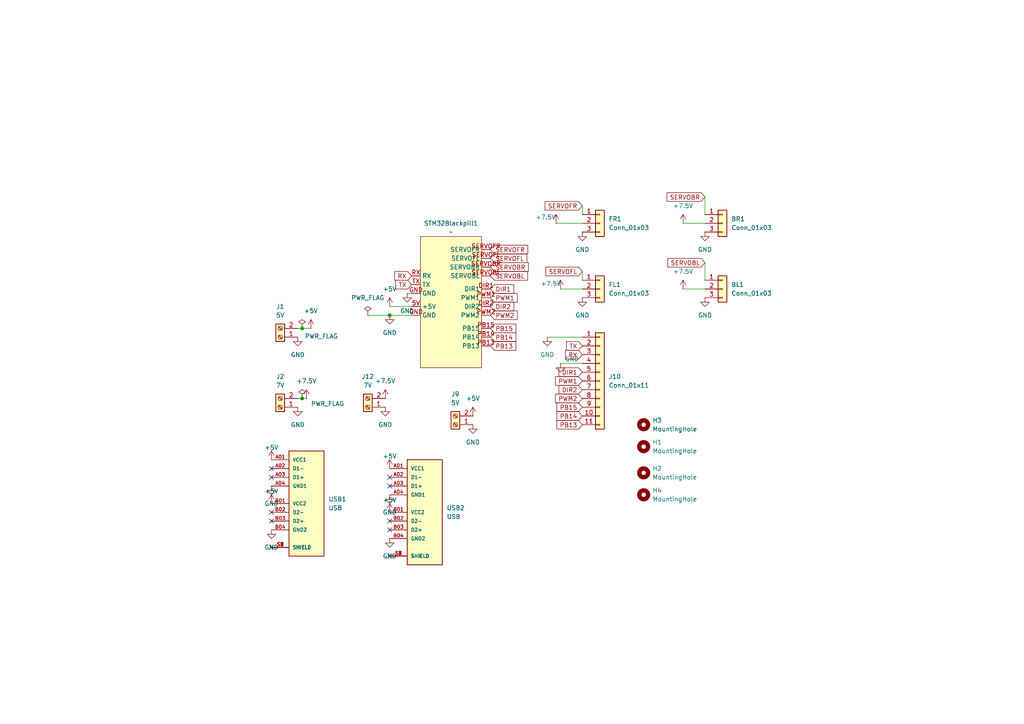
<source format=kicad_sch>
(kicad_sch (version 20231120) (generator "eeschema") (generator_version "8.0")
  (paper "A4")
  (lib_symbols
    (symbol "Connector:Screw_Terminal_01x02" (pin_names (offset 1.016) hide)
      (property "Reference" "J" (at 0 2.54 0))
      (property "Value" "Screw_Terminal_01x02" (at 0 -5.08 0))
      (symbol "Screw_Terminal_01x02_1_1"
        (rectangle (start -1.27 1.27) (end 1.27 -3.81) (stroke (width 0.254)) (fill (type background)))
        (circle (center 0 -2.54) (radius 0.635) (stroke (width 0.1524)))
        (polyline (pts (xy -0.5334 -2.2098) (xy 0.3302 -3.048)) (stroke (width 0.1524)))
        (polyline (pts (xy -0.5334 0.3302) (xy 0.3302 -0.508)) (stroke (width 0.1524)))
        (polyline (pts (xy -0.3556 -2.032) (xy 0.508 -2.8702)) (stroke (width 0.1524)))
        (polyline (pts (xy -0.3556 0.508) (xy 0.508 -0.3302)) (stroke (width 0.1524)))
        (circle (center 0 0) (radius 0.635) (stroke (width 0.1524)))
        (pin passive line (at -5.08 0 0) (length 3.81) (name "Pin_1") (number "1"))
        (pin passive line (at -5.08 -2.54 0) (length 3.81) (name "Pin_2") (number "2"))
      )
    )
    (symbol "Connector_Generic:Conn_01x03" (pin_names (offset 1.016) hide)
      (property "Reference" "J" (at 0 5.08 0))
      (property "Value" "Conn_01x03" (at 0 -5.08 0))
      (symbol "Conn_01x03_1_1"
        (rectangle (start -1.27 -2.413) (end 0 -2.667) (stroke (width 0.1524)))
        (rectangle (start -1.27 0.127) (end 0 -0.127) (stroke (width 0.1524)))
        (rectangle (start -1.27 2.667) (end 0 2.413) (stroke (width 0.1524)))
        (rectangle (start -1.27 3.81) (end 1.27 -3.81) (stroke (width 0.254)) (fill (type background)))
        (pin passive line (at -5.08 2.54 0) (length 3.81) (name "Pin_1") (number "1"))
        (pin passive line (at -5.08 0 0) (length 3.81) (name "Pin_2") (number "2"))
        (pin passive line (at -5.08 -2.54 0) (length 3.81) (name "Pin_3") (number "3"))
      )
    )
    (symbol "Connector_Generic:Conn_01x11" (pin_names (offset 1.016) hide)
      (property "Reference" "J" (at 0 15.24 0))
      (property "Value" "Conn_01x11" (at 0 -15.24 0))
      (symbol "Conn_01x11_1_1"
        (rectangle (start -1.27 -12.573) (end 0 -12.827) (stroke (width 0.1524)))
        (rectangle (start -1.27 -10.033) (end 0 -10.287) (stroke (width 0.1524)))
        (rectangle (start -1.27 -7.493) (end 0 -7.747) (stroke (width 0.1524)))
        (rectangle (start -1.27 -4.953) (end 0 -5.207) (stroke (width 0.1524)))
        (rectangle (start -1.27 -2.413) (end 0 -2.667) (stroke (width 0.1524)))
        (rectangle (start -1.27 0.127) (end 0 -0.127) (stroke (width 0.1524)))
        (rectangle (start -1.27 2.667) (end 0 2.413) (stroke (width 0.1524)))
        (rectangle (start -1.27 5.207) (end 0 4.953) (stroke (width 0.1524)))
        (rectangle (start -1.27 7.747) (end 0 7.493) (stroke (width 0.1524)))
        (rectangle (start -1.27 10.287) (end 0 10.033) (stroke (width 0.1524)))
        (rectangle (start -1.27 12.827) (end 0 12.573) (stroke (width 0.1524)))
        (rectangle (start -1.27 13.97) (end 1.27 -13.97) (stroke (width 0.254)) (fill (type background)))
        (pin passive line (at -5.08 12.7 0) (length 3.81) (name "Pin_1") (number "1"))
        (pin passive line (at -5.08 -10.16 0) (length 3.81) (name "Pin_10") (number "10"))
        (pin passive line (at -5.08 -12.7 0) (length 3.81) (name "Pin_11") (number "11"))
        (pin passive line (at -5.08 10.16 0) (length 3.81) (name "Pin_2") (number "2"))
        (pin passive line (at -5.08 7.62 0) (length 3.81) (name "Pin_3") (number "3"))
        (pin passive line (at -5.08 5.08 0) (length 3.81) (name "Pin_4") (number "4"))
        (pin passive line (at -5.08 2.54 0) (length 3.81) (name "Pin_5") (number "5"))
        (pin passive line (at -5.08 0 0) (length 3.81) (name "Pin_6") (number "6"))
        (pin passive line (at -5.08 -2.54 0) (length 3.81) (name "Pin_7") (number "7"))
        (pin passive line (at -5.08 -5.08 0) (length 3.81) (name "Pin_8") (number "8"))
        (pin passive line (at -5.08 -7.62 0) (length 3.81) (name "Pin_9") (number "9"))
      )
    )
    (symbol "CustomComponents:STM32-Blackpill"
      (property "Reference" "STM32Blackpill" (at 6.858 7.874 0))
      (symbol "STM32-Blackpill_1_1"
        (rectangle (start -3.81 6.35) (end 13.97 -31.75) (fill (type background)))
        (pin power_in line (at -6.35 -13.97 0) (length 2.54) (name "+5V") (number "5V"))
        (pin output line (at 16.51 -8.89 180) (length 2.54) (name "DIR1") (number "DIR1"))
        (pin output line (at 16.51 -13.97 180) (length 2.54) (name "DIR2") (number "DIR2"))
        (pin bidirectional line (at -6.35 -16.51 0) (length 2.54) (name "GND") (number "GND"))
        (pin bidirectional line (at -6.35 -10.16 0) (length 2.54) (name "GND") (number "GND"))
        (pin output line (at 16.51 -25.4 180) (length 2.54) (name "PB13") (number "PB13"))
        (pin output line (at 16.51 -22.86 180) (length 2.54) (name "PB14") (number "PB14"))
        (pin output line (at 16.51 -20.32 180) (length 2.54) (name "PB15") (number "PB15"))
        (pin output line (at 16.51 -11.43 180) (length 2.54) (name "PWM1") (number "PWM1"))
        (pin output line (at 16.51 -16.51 180) (length 2.54) (name "PWM2") (number "PWM2"))
        (pin input line (at -6.35 -5.08 0) (length 2.54) (name "RX") (number "RX"))
        (pin output line (at 16.51 -5.08 180) (length 2.54) (name "SERVOBL") (number "SERVOBL"))
        (pin output line (at 16.51 -2.54 180) (length 2.54) (name "SERVOBR") (number "SERVOBR"))
        (pin output line (at 16.51 0 180) (length 2.54) (name "SERVOFL") (number "SERVOFL"))
        (pin output line (at 16.51 2.54 180) (length 2.54) (name "SERVOFR") (number "SERVOFR"))
        (pin output line (at -6.35 -7.62 0) (length 2.54) (name "TX") (number "TX"))
      )
    )
    (symbol "DualUSB:USBR-A-D-F-O-TH" (pin_names (offset 1.016))
      (property "Reference" "J" (at -5.08 16.51 0))
      (property "Value" "USBR-A-D-F-O-TH" (at -5.08 -16.51 0))
      (symbol "USBR-A-D-F-O-TH_0_0"
        (rectangle (start -5.08 -15.24) (end 5.08 15.24) (stroke (width 0.254)) (fill (type background)))
        (pin power_in line (at -10.16 12.7 0) (length 5.08) (name "VCC1") (number "A01"))
        (pin passive line (at -10.16 10.16 0) (length 5.08) (name "D1-") (number "A02"))
        (pin passive line (at -10.16 7.62 0) (length 5.08) (name "D1+") (number "A03"))
        (pin power_in line (at -10.16 5.08 0) (length 5.08) (name "GND1") (number "A04"))
        (pin power_in line (at -10.16 0 0) (length 5.08) (name "VCC2") (number "B01"))
        (pin passive line (at -10.16 -2.54 0) (length 5.08) (name "D2-") (number "B02"))
        (pin passive line (at -10.16 -5.08 0) (length 5.08) (name "D2+") (number "B03"))
        (pin power_in line (at -10.16 -7.62 0) (length 5.08) (name "GND2") (number "B04"))
        (pin passive line (at -10.16 -12.7 0) (length 5.08) (name "SHIELD") (number "S1"))
        (pin passive line (at -10.16 -12.7 0) (length 5.08) (name "SHIELD") (number "S2"))
        (pin passive line (at -10.16 -12.7 0) (length 5.08) (name "SHIELD") (number "S3"))
        (pin passive line (at -10.16 -12.7 0) (length 5.08) (name "SHIELD") (number "S4"))
      )
    )
    (symbol "Mechanical:MountingHole" (pin_names (offset 1.016)) (exclude_from_sim yes) (in_bom no)
      (property "Reference" "H" (at 0 5.08 0))
      (property "Value" "MountingHole" (at 0 3.175 0))
      (symbol "MountingHole_0_1"
        (circle (center 0 0) (radius 1.27) (stroke (width 1.27)))
      )
    )
    (symbol "power:+5V" (power) (pin_numbers hide) (pin_names (offset 0) hide)
      (property "Value" "+5V" (at 0 3.556 0))
      (symbol "+5V_0_1"
        (polyline (pts (xy -0.762 1.27) (xy 0 2.54)))
        (polyline (pts (xy 0 0) (xy 0 2.54)))
        (polyline (pts (xy 0 2.54) (xy 0.762 1.27)))
      )
      (symbol "+5V_1_1"
        (pin power_in line (at 0 0 90) (length 0) (name "~") (number "1"))
      )
    )
    (symbol "power:+7.5V" (power) (pin_numbers hide) (pin_names (offset 0) hide)
      (property "Value" "+7.5V" (at 0 3.556 0))
      (symbol "+7.5V_0_1"
        (polyline (pts (xy -0.762 1.27) (xy 0 2.54)))
        (polyline (pts (xy 0 0) (xy 0 2.54)))
        (polyline (pts (xy 0 2.54) (xy 0.762 1.27)))
      )
      (symbol "+7.5V_1_1"
        (pin power_in line (at 0 0 90) (length 0) (name "~") (number "1"))
      )
    )
    (symbol "power:GND" (power) (pin_numbers hide) (pin_names (offset 0) hide)
      (property "Value" "GND" (at 0 -3.81 0))
      (symbol "GND_0_1"
        (polyline (pts (xy 0 0) (xy 0 -1.27) (xy 1.27 -1.27) (xy 0 -2.54) (xy -1.27 -1.27) (xy 0 -1.27)))
      )
      (symbol "GND_1_1"
        (pin power_in line (at 0 0 270) (length 0) (name "~") (number "1"))
      )
    )
    (symbol "power:PWR_FLAG" (power) (pin_numbers hide) (pin_names (offset 0) hide)
      (property "Value" "PWR_FLAG" (at 0 3.81 0))
      (symbol "PWR_FLAG_0_0"
        (pin power_out line (at 0 0 90) (length 0) (name "~") (number "1"))
      )
      (symbol "PWR_FLAG_0_1"
        (polyline (pts (xy 0 0) (xy 0 1.27) (xy -1.016 1.905) (xy 0 2.54) (xy 1.016 1.905) (xy 0 1.27)))
      )
    )
  )
  (junction (at 87.63 115.57))
  (junction (at 113.03 91.44))
  (junction (at 87.63 95.25))
  (no_connect (at 78.74 148.59))
  (no_connect (at 113.03 151.13))
  (no_connect (at 78.74 138.43))
  (no_connect (at 78.74 135.89))
  (no_connect (at 113.03 138.43))
  (no_connect (at 113.03 153.67))
  (no_connect (at 113.03 161.29))
  (no_connect (at 78.74 158.75))
  (no_connect (at 113.03 140.97))
  (no_connect (at 78.74 151.13))
  (wire (pts (xy 113.03 91.44) (xy 119.38 91.44)))
  (wire (pts (xy 204.47 76.2) (xy 204.47 81.28)))
  (wire (pts (xy 113.03 88.9) (xy 119.38 88.9)))
  (wire (pts (xy 106.68 91.44) (xy 113.03 91.44)))
  (wire (pts (xy 90.17 95.25) (xy 87.63 95.25)))
  (wire (pts (xy 86.36 115.57) (xy 87.63 115.57)))
  (wire (pts (xy 158.75 97.79) (xy 168.91 97.79)))
  (wire (pts (xy 168.91 105.41) (xy 162.56 105.41)))
  (wire (pts (xy 168.91 78.74) (xy 168.91 81.28)))
  (wire (pts (xy 87.63 95.25) (xy 86.36 95.25)))
  (wire (pts (xy 168.91 59.69) (xy 168.91 62.23)))
  (wire (pts (xy 204.47 57.15) (xy 204.47 62.23)))
  (wire (pts (xy 87.63 115.57) (xy 88.9 115.57)))
  (wire (pts (xy 198.12 83.82) (xy 204.47 83.82)))
  (wire (pts (xy 161.29 64.77) (xy 168.91 64.77)))
  (wire (pts (xy 198.12 64.77) (xy 204.47 64.77)))
  (wire (pts (xy 162.56 83.82) (xy 168.91 83.82)))
  (wire (pts (xy 118.11 85.09) (xy 119.38 85.09)))
  (global_label "PWM2" (shape input) (at 168.91 115.57 180) (property "Intersheetrefs" "${INTERSHEET_REFS}" (effects (hide yes))))
  (global_label "SERVOBL" (shape input) (at 142.24 80.01 0) (property "Intersheetrefs" "${INTERSHEET_REFS}" (effects (hide yes))))
  (global_label "SERVOFL" (shape input) (at 142.24 74.93 0) (property "Intersheetrefs" "${INTERSHEET_REFS}" (effects (hide yes))))
  (global_label "RX" (shape input) (at 119.38 80.01 180) (property "Intersheetrefs" "${INTERSHEET_REFS}" (effects (hide yes))))
  (global_label "SERVOBR" (shape input) (at 204.47 57.15 180) (property "Intersheetrefs" "${INTERSHEET_REFS}" (effects (hide yes))))
  (global_label "TX" (shape input) (at 168.91 100.33 180) (property "Intersheetrefs" "${INTERSHEET_REFS}" (effects (hide yes))))
  (global_label "DIR2" (shape input) (at 168.91 113.03 180) (property "Intersheetrefs" "${INTERSHEET_REFS}" (effects (hide yes))))
  (global_label "SERVOFL" (shape input) (at 168.91 78.74 180) (property "Intersheetrefs" "${INTERSHEET_REFS}" (effects (hide yes))))
  (global_label "TX" (shape input) (at 119.38 82.55 180) (property "Intersheetrefs" "${INTERSHEET_REFS}" (effects (hide yes))))
  (global_label "PB14" (shape input) (at 168.91 120.65 180) (property "Intersheetrefs" "${INTERSHEET_REFS}" (effects (hide yes))))
  (global_label "SERVOFR" (shape input) (at 142.24 72.39 0) (property "Intersheetrefs" "${INTERSHEET_REFS}" (effects (hide yes))))
  (global_label "DIR1" (shape input) (at 168.91 107.95 180) (property "Intersheetrefs" "${INTERSHEET_REFS}" (effects (hide yes))))
  (global_label "SERVOBL" (shape input) (at 204.47 76.2 180) (property "Intersheetrefs" "${INTERSHEET_REFS}" (effects (hide yes))))
  (global_label "PWM1" (shape input) (at 142.24 86.36 0) (property "Intersheetrefs" "${INTERSHEET_REFS}" (effects (hide yes))))
  (global_label "SERVOBR" (shape input) (at 142.24 77.47 0) (property "Intersheetrefs" "${INTERSHEET_REFS}" (effects (hide yes))))
  (global_label "PB14" (shape input) (at 142.24 97.79 0) (property "Intersheetrefs" "${INTERSHEET_REFS}" (effects (hide yes))))
  (global_label "PB13" (shape input) (at 168.91 123.19 180) (property "Intersheetrefs" "${INTERSHEET_REFS}" (effects (hide yes))))
  (global_label "DIR2" (shape input) (at 142.24 88.9 0) (property "Intersheetrefs" "${INTERSHEET_REFS}" (effects (hide yes))))
  (global_label "PWM2" (shape input) (at 142.24 91.44 0) (property "Intersheetrefs" "${INTERSHEET_REFS}" (effects (hide yes))))
  (global_label "PB13" (shape input) (at 142.24 100.33 0) (property "Intersheetrefs" "${INTERSHEET_REFS}" (effects (hide yes))))
  (global_label "PB15" (shape input) (at 142.24 95.25 0) (property "Intersheetrefs" "${INTERSHEET_REFS}" (effects (hide yes))))
  (global_label "RX" (shape input) (at 168.91 102.87 180) (property "Intersheetrefs" "${INTERSHEET_REFS}" (effects (hide yes))))
  (global_label "PWM1" (shape input) (at 168.91 110.49 180) (property "Intersheetrefs" "${INTERSHEET_REFS}" (effects (hide yes))))
  (global_label "SERVOFR" (shape input) (at 168.91 59.69 180) (property "Intersheetrefs" "${INTERSHEET_REFS}" (effects (hide yes))))
  (global_label "PB15" (shape input) (at 168.91 118.11 180) (property "Intersheetrefs" "${INTERSHEET_REFS}" (effects (hide yes))))
  (global_label "DIR1" (shape input) (at 142.24 83.82 0) (property "Intersheetrefs" "${INTERSHEET_REFS}" (effects (hide yes))))
  (symbol (lib_id "power:+5V") (at 198.12 83.82 0) (unit 1)
    (property "Reference" "#PWR018" (effects (hide yes)))
    (property "Value" "+7.5V" (at 198.12 78.74 0))
    (property "Description" "Power symbol creates a global label with name \"+5V\"" (effects (hide yes)))
  )
  (symbol (lib_id "power:GND") (at 204.47 67.31 0) (unit 1)
    (property "Reference" "#PWR010" (effects (hide yes)))
    (property "Value" "GND" (at 204.47 72.39 0))
    (property "Description" "Power symbol creates a global label with name \"GND\" , ground" (effects (hide yes)))
  )
  (symbol (lib_id "Mechanical:MountingHole") (at 186.69 143.51 0) (unit 1) (exclude_from_sim yes) (in_bom no)
    (property "Reference" "H4" (at 189.23 142.2399 0) (effects (justify left)))
    (property "Value" "MountingHole" (at 189.23 144.7799 0) (effects (justify left)))
    (property "Footprint" "MountingHole:MountingHole_3.5mm" (effects (hide yes)))
    (property "Description" "Mounting Hole without connection" (effects (hide yes)))
  )
  (symbol (lib_id "power:GND") (at 158.75 97.79 0) (unit 1)
    (property "Reference" "#PWR06" (effects (hide yes)))
    (property "Value" "GND" (at 158.75 102.87 0))
    (property "Description" "Power symbol creates a global label with name \"GND\" , ground" (effects (hide yes)))
  )
  (symbol (lib_id "power:GND") (at 113.03 91.44 0) (unit 1)
    (property "Reference" "#PWR014" (effects (hide yes)))
    (property "Value" "GND" (at 113.03 96.52 0))
    (property "Description" "Power symbol creates a global label with name \"GND\" , ground" (effects (hide yes)))
  )
  (symbol (lib_id "DualUSB:USBR-A-D-F-O-TH") (at 123.19 148.59 0) (unit 1)
    (property "Reference" "USB2" (at 129.54 147.3199 0) (effects (justify left)))
    (property "Value" "USB" (at 129.54 149.8599 0) (effects (justify left)))
    (property "Footprint" "USBA:DualUSB" (effects (hide yes)))
    (property "MF" "Samtec" (effects (hide yes)))
    (property "DESCRIPTION" "USB-A (USB TYPE-A) USB 2.0 Receptacle Connector 8 Position Through Hole, Right Angle" (effects (hide yes)))
    (property "PACKAGE" "None" (effects (hide yes)))
    (property "PRICE" "None" (effects (hide yes)))
    (property "Package" "None" (effects (hide yes)))
    (property "Check_prices" "https://www.snapeda.com/parts/USBR-A-D-F-O-TH/Samtec+Inc./view-part/?ref=eda" (effects (hide yes)))
    (property "Price" "None" (effects (hide yes)))
    (property "SnapEDA_Link" "https://www.snapeda.com/parts/USBR-A-D-F-O-TH/Samtec+Inc./view-part/?ref=snap" (effects (hide yes)))
    (property "MP" "USBR-A-D-F-O-TH" (effects (hide yes)))
    (property "Description_1" "\n                        \n                            USB-A (USB TYPE-A) USB 2.0 Receptacle Connector 8 Position Through Hole, Right Angle\n                        \n" (effects (hide yes)))
    (property "Availability" "In Stock" (effects (hide yes)))
    (property "AVAILABILITY" "Good" (effects (hide yes)))
    (property "PURCHASE-URL" "https://pricing.snapeda.com/search/part/USBR-A-D-F-O-TH/?ref=eda" (effects (hide yes)))
  )
  (symbol (lib_id "power:PWR_FLAG") (at 87.63 95.25 0) (unit 1)
    (property "Reference" "#FLG01" (effects (hide yes)))
    (property "Value" "PWR_FLAG" (at 93.218 97.536 0))
    (property "Description" "Special symbol for telling ERC where power comes from" (effects (hide yes)))
  )
  (symbol (lib_id "Connector:Screw_Terminal_01x02") (at 81.28 97.79 180) (unit 1)
    (property "Reference" "J1" (at 81.28 88.9 0))
    (property "Value" "5V" (at 81.28 91.44 0))
    (property "Footprint" "TerminalBlock_RND:TerminalBlock_RND_205-00287_1x02_P5.08mm_Horizontal" (effects (hide yes)))
    (property "Description" "Generic screw terminal, single row, 01x02, script generated (kicad-library-utils/schlib/autogen/connector/)" (effects (hide yes)))
  )
  (symbol (lib_id "power:PWR_FLAG") (at 106.68 91.44 0) (unit 1)
    (property "Reference" "#FLG03" (effects (hide yes)))
    (property "Value" "PWR_FLAG" (at 106.68 86.36 0))
    (property "Description" "Special symbol for telling ERC where power comes from" (effects (hide yes)))
  )
  (symbol (lib_id "power:GND") (at 113.03 156.21 0) (unit 1)
    (property "Reference" "#PWR029" (effects (hide yes)))
    (property "Value" "GND" (at 113.03 161.29 0))
    (property "Description" "Power symbol creates a global label with name \"GND\" , ground" (effects (hide yes)))
  )
  (symbol (lib_id "power:+5V") (at 161.29 64.77 0) (unit 1)
    (property "Reference" "#PWR016" (effects (hide yes)))
    (property "Value" "+7.5V" (at 158.242 62.992 0))
    (property "Description" "Power symbol creates a global label with name \"+5V\"" (effects (hide yes)))
  )
  (symbol (lib_id "power:+5V") (at 78.74 146.05 0) (unit 1)
    (property "Reference" "#PWR022" (effects (hide yes)))
    (property "Value" "+5V" (at 78.74 142.494 0))
    (property "Description" "Power symbol creates a global label with name \"+5V\"" (effects (hide yes)))
  )
  (symbol (lib_id "power:+7.5V") (at 111.76 115.57 0) (unit 1)
    (property "Reference" "#PWR019" (effects (hide yes)))
    (property "Value" "+7.5V" (at 111.76 110.49 0))
    (property "Description" "Power symbol creates a global label with name \"+7.5V\"" (effects (hide yes)))
  )
  (symbol (lib_id "Connector_Generic:Conn_01x03") (at 209.55 83.82 0) (unit 1)
    (property "Reference" "BL1" (at 212.09 82.5499 0) (effects (justify left)))
    (property "Value" "Conn_01x03" (at 212.09 85.0899 0) (effects (justify left)))
    (property "Footprint" "Connector_PinHeader_2.54mm:PinHeader_1x03_P2.54mm_Vertical" (effects (hide yes)))
    (property "Description" "Generic connector, single row, 01x03, script generated (kicad-library-utils/schlib/autogen/connector/)" (effects (hide yes)))
  )
  (symbol (lib_id "power:GND") (at 168.91 67.31 0) (unit 1)
    (property "Reference" "#PWR011" (effects (hide yes)))
    (property "Value" "GND" (at 168.91 72.39 0))
    (property "Description" "Power symbol creates a global label with name \"GND\" , ground" (effects (hide yes)))
  )
  (symbol (lib_id "Mechanical:MountingHole") (at 186.69 123.19 0) (unit 1) (exclude_from_sim yes) (in_bom no)
    (property "Reference" "H3" (at 189.23 121.9199 0) (effects (justify left)))
    (property "Value" "MountingHole" (at 189.23 124.4599 0) (effects (justify left)))
    (property "Footprint" "MountingHole:MountingHole_3.5mm" (effects (hide yes)))
    (property "Description" "Mounting Hole without connection" (effects (hide yes)))
  )
  (symbol (lib_id "power:+5V") (at 78.74 133.35 0) (unit 1)
    (property "Reference" "#PWR07" (effects (hide yes)))
    (property "Value" "+5V" (at 78.74 129.794 0))
    (property "Description" "Power symbol creates a global label with name \"+5V\"" (effects (hide yes)))
  )
  (symbol (lib_id "power:GND") (at 86.36 97.79 0) (unit 1)
    (property "Reference" "#PWR02" (effects (hide yes)))
    (property "Value" "GND" (at 86.36 102.87 0))
    (property "Description" "Power symbol creates a global label with name \"GND\" , ground" (effects (hide yes)))
  )
  (symbol (lib_id "power:+5V") (at 162.56 83.82 0) (unit 1)
    (property "Reference" "#PWR015" (effects (hide yes)))
    (property "Value" "+7.5V" (at 159.766 82.296 0))
    (property "Description" "Power symbol creates a global label with name \"+5V\"" (effects (hide yes)))
  )
  (symbol (lib_id "power:+5V") (at 198.12 64.77 0) (unit 1)
    (property "Reference" "#PWR017" (effects (hide yes)))
    (property "Value" "+7.5V" (at 198.12 59.69 0))
    (property "Description" "Power symbol creates a global label with name \"+5V\"" (effects (hide yes)))
  )
  (symbol (lib_id "power:+5V") (at 113.03 135.89 0) (unit 1)
    (property "Reference" "#PWR021" (effects (hide yes)))
    (property "Value" "+5V" (at 113.03 132.334 0))
    (property "Description" "Power symbol creates a global label with name \"+5V\"" (effects (hide yes)))
  )
  (symbol (lib_id "power:PWR_FLAG") (at 87.63 115.57 0) (unit 1)
    (property "Reference" "#FLG02" (effects (hide yes)))
    (property "Value" "PWR_FLAG" (at 94.996 117.094 0))
    (property "Description" "Special symbol for telling ERC where power comes from" (effects (hide yes)))
  )
  (symbol (lib_id "power:GND") (at 113.03 143.51 0) (unit 1)
    (property "Reference" "#PWR027" (effects (hide yes)))
    (property "Value" "GND" (at 113.03 148.59 0))
    (property "Description" "Power symbol creates a global label with name \"GND\" , ground" (effects (hide yes)))
  )
  (symbol (lib_id "power:GND") (at 111.76 118.11 0) (unit 1)
    (property "Reference" "#PWR04" (effects (hide yes)))
    (property "Value" "GND" (at 111.76 123.19 0))
    (property "Description" "Power symbol creates a global label with name \"GND\" , ground" (effects (hide yes)))
  )
  (symbol (lib_id "power:GND") (at 86.36 118.11 0) (unit 1)
    (property "Reference" "#PWR01" (effects (hide yes)))
    (property "Value" "GND" (at 86.36 123.19 0))
    (property "Description" "Power symbol creates a global label with name \"GND\" , ground" (effects (hide yes)))
  )
  (symbol (lib_id "power:GND") (at 137.16 123.19 0) (unit 1)
    (property "Reference" "#PWR05" (effects (hide yes)))
    (property "Value" "GND" (at 137.16 128.27 0))
    (property "Description" "Power symbol creates a global label with name \"GND\" , ground" (effects (hide yes)))
  )
  (symbol (lib_id "Mechanical:MountingHole") (at 186.69 129.54 0) (unit 1) (exclude_from_sim yes) (in_bom no)
    (property "Reference" "H1" (at 189.23 128.2699 0) (effects (justify left)))
    (property "Value" "MountingHole" (at 189.23 130.8099 0) (effects (justify left)))
    (property "Footprint" "MountingHole:MountingHole_3.5mm" (effects (hide yes)))
    (property "Description" "Mounting Hole without connection" (effects (hide yes)))
  )
  (symbol (lib_id "Connector_Generic:Conn_01x11") (at 173.99 110.49 0) (unit 1)
    (property "Reference" "J10" (at 176.53 109.2199 0) (effects (justify left)))
    (property "Value" "Conn_01x11" (at 176.53 111.7599 0) (effects (justify left)))
    (property "Footprint" "Connector_PinHeader_2.54mm:PinHeader_1x11_P2.54mm_Vertical" (effects (hide yes)))
    (property "Description" "Generic connector, single row, 01x11, script generated (kicad-library-utils/schlib/autogen/connector/)" (effects (hide yes)))
  )
  (symbol (lib_id "Connector:Screw_Terminal_01x02") (at 132.08 123.19 180) (unit 1)
    (property "Reference" "J9" (at 132.08 114.3 0))
    (property "Value" "5V" (at 132.08 116.84 0))
    (property "Footprint" "TerminalBlock_RND:TerminalBlock_RND_205-00287_1x02_P5.08mm_Horizontal" (effects (hide yes)))
    (property "Description" "Generic screw terminal, single row, 01x02, script generated (kicad-library-utils/schlib/autogen/connector/)" (effects (hide yes)))
  )
  (symbol (lib_id "power:+5V") (at 90.17 95.25 0) (unit 1)
    (property "Reference" "#PWR012" (effects (hide yes)))
    (property "Value" "+5V" (at 90.17 90.17 0))
    (property "Description" "Power symbol creates a global label with name \"+5V\"" (effects (hide yes)))
  )
  (symbol (lib_id "Connector_Generic:Conn_01x03") (at 209.55 64.77 0) (unit 1)
    (property "Reference" "BR1" (at 212.09 63.4999 0) (effects (justify left)))
    (property "Value" "Conn_01x03" (at 212.09 66.0399 0) (effects (justify left)))
    (property "Footprint" "Connector_PinHeader_2.54mm:PinHeader_1x03_P2.54mm_Vertical" (effects (hide yes)))
    (property "Description" "Generic connector, single row, 01x03, script generated (kicad-library-utils/schlib/autogen/connector/)" (effects (hide yes)))
  )
  (symbol (lib_id "power:GND") (at 204.47 86.36 0) (unit 1)
    (property "Reference" "#PWR09" (effects (hide yes)))
    (property "Value" "GND" (at 204.47 91.44 0))
    (property "Description" "Power symbol creates a global label with name \"GND\" , ground" (effects (hide yes)))
  )
  (symbol (lib_id "power:GND") (at 162.56 105.41 0) (unit 1)
    (property "Reference" "#PWR024" (effects (hide yes)))
    (property "Value" "GND" (at 165.862 104.14 0))
    (property "Description" "Power symbol creates a global label with name \"GND\" , ground" (effects (hide yes)))
  )
  (symbol (lib_id "Connector_Generic:Conn_01x03") (at 173.99 64.77 0) (unit 1)
    (property "Reference" "FR1" (at 176.53 63.4999 0) (effects (justify left)))
    (property "Value" "Conn_01x03" (at 176.53 66.0399 0) (effects (justify left)))
    (property "Footprint" "Connector_PinHeader_2.54mm:PinHeader_1x03_P2.54mm_Vertical" (effects (hide yes)))
    (property "Description" "Generic connector, single row, 01x03, script generated (kicad-library-utils/schlib/autogen/connector/)" (effects (hide yes)))
  )
  (symbol (lib_id "power:GND") (at 78.74 140.97 0) (unit 1)
    (property "Reference" "#PWR026" (effects (hide yes)))
    (property "Value" "GND" (at 78.74 146.05 0))
    (property "Description" "Power symbol creates a global label with name \"GND\" , ground" (effects (hide yes)))
  )
  (symbol (lib_id "DualUSB:USBR-A-D-F-O-TH") (at 88.9 146.05 0) (unit 1)
    (property "Reference" "USB1" (at 95.25 144.7799 0) (effects (justify left)))
    (property "Value" "USB" (at 95.25 147.3199 0) (effects (justify left)))
    (property "Footprint" "USBA:DualUSB" (effects (hide yes)))
    (property "MF" "Samtec" (effects (hide yes)))
    (property "DESCRIPTION" "USB-A (USB TYPE-A) USB 2.0 Receptacle Connector 8 Position Through Hole, Right Angle" (effects (hide yes)))
    (property "PACKAGE" "None" (effects (hide yes)))
    (property "PRICE" "None" (effects (hide yes)))
    (property "Package" "None" (effects (hide yes)))
    (property "Check_prices" "https://www.snapeda.com/parts/USBR-A-D-F-O-TH/Samtec+Inc./view-part/?ref=eda" (effects (hide yes)))
    (property "Price" "None" (effects (hide yes)))
    (property "SnapEDA_Link" "https://www.snapeda.com/parts/USBR-A-D-F-O-TH/Samtec+Inc./view-part/?ref=snap" (effects (hide yes)))
    (property "MP" "USBR-A-D-F-O-TH" (effects (hide yes)))
    (property "Description_1" "\n                        \n                            USB-A (USB TYPE-A) USB 2.0 Receptacle Connector 8 Position Through Hole, Right Angle\n                        \n" (effects (hide yes)))
    (property "Availability" "In Stock" (effects (hide yes)))
    (property "AVAILABILITY" "Good" (effects (hide yes)))
    (property "PURCHASE-URL" "https://pricing.snapeda.com/search/part/USBR-A-D-F-O-TH/?ref=eda" (effects (hide yes)))
  )
  (symbol (lib_id "Connector:Screw_Terminal_01x02") (at 81.28 118.11 180) (unit 1)
    (property "Reference" "J2" (at 81.28 109.22 0))
    (property "Value" "7V" (at 81.28 111.76 0))
    (property "Footprint" "TerminalBlock_RND:TerminalBlock_RND_205-00287_1x02_P5.08mm_Horizontal" (effects (hide yes)))
    (property "Description" "Generic screw terminal, single row, 01x02, script generated (kicad-library-utils/schlib/autogen/connector/)" (effects (hide yes)))
  )
  (symbol (lib_id "Connector_Generic:Conn_01x03") (at 173.99 83.82 0) (unit 1)
    (property "Reference" "FL1" (at 176.53 82.5499 0) (effects (justify left)))
    (property "Value" "Conn_01x03" (at 176.53 85.0899 0) (effects (justify left)))
    (property "Footprint" "Connector_PinHeader_2.54mm:PinHeader_1x03_P2.54mm_Vertical" (effects (hide yes)))
    (property "Description" "Generic connector, single row, 01x03, script generated (kicad-library-utils/schlib/autogen/connector/)" (effects (hide yes)))
  )
  (symbol (lib_id "power:GND") (at 168.91 86.36 0) (unit 1)
    (property "Reference" "#PWR08" (effects (hide yes)))
    (property "Value" "GND" (at 168.91 91.44 0))
    (property "Description" "Power symbol creates a global label with name \"GND\" , ground" (effects (hide yes)))
  )
  (symbol (lib_id "power:+7.5V") (at 88.9 115.57 0) (unit 1)
    (property "Reference" "#PWR013" (effects (hide yes)))
    (property "Value" "+7.5V" (at 88.9 110.49 0))
    (property "Description" "Power symbol creates a global label with name \"+7.5V\"" (effects (hide yes)))
  )
  (symbol (lib_id "power:GND") (at 78.74 153.67 0) (unit 1)
    (property "Reference" "#PWR025" (effects (hide yes)))
    (property "Value" "GND" (at 78.74 158.75 0))
    (property "Description" "Power symbol creates a global label with name \"GND\" , ground" (effects (hide yes)))
  )
  (symbol (lib_id "CustomComponents:STM32-Blackpill") (at 125.73 74.93 0) (unit 1)
    (property "Reference" "STM32Blackpill1" (at 130.81 64.77 0))
    (property "Value" "~" (at 130.81 67.31 0))
    (property "Footprint" "STM32_footprints:Blackpill" (effects (hide yes)))
  )
  (symbol (lib_id "power:+5V") (at 113.03 88.9 0) (unit 1)
    (property "Reference" "#PWR03" (effects (hide yes)))
    (property "Value" "+5V" (at 113.03 83.82 0))
    (property "Description" "Power symbol creates a global label with name \"+5V\"" (effects (hide yes)))
  )
  (symbol (lib_id "power:+5V") (at 137.16 120.65 0) (unit 1)
    (property "Reference" "#PWR020" (effects (hide yes)))
    (property "Value" "+5V" (at 137.16 115.57 0))
    (property "Description" "Power symbol creates a global label with name \"+5V\"" (effects (hide yes)))
  )
  (symbol (lib_id "power:+5V") (at 113.03 148.59 0) (unit 1)
    (property "Reference" "#PWR028" (effects (hide yes)))
    (property "Value" "+5V" (at 113.03 145.034 0))
    (property "Description" "Power symbol creates a global label with name \"+5V\"" (effects (hide yes)))
  )
  (symbol (lib_id "Mechanical:MountingHole") (at 186.69 137.16 0) (unit 1) (exclude_from_sim yes) (in_bom no)
    (property "Reference" "H2" (at 189.23 135.8899 0) (effects (justify left)))
    (property "Value" "MountingHole" (at 189.23 138.4299 0) (effects (justify left)))
    (property "Footprint" "MountingHole:MountingHole_3.5mm" (effects (hide yes)))
    (property "Description" "Mounting Hole without connection" (effects (hide yes)))
  )
  (symbol (lib_id "power:GND") (at 118.11 85.09 0) (unit 1)
    (property "Reference" "#PWR023" (effects (hide yes)))
    (property "Value" "GND" (at 118.11 90.17 0))
    (property "Description" "Power symbol creates a global label with name \"GND\" , ground" (effects (hide yes)))
  )
  (symbol (lib_id "Connector:Screw_Terminal_01x02") (at 106.68 118.11 180) (unit 1)
    (property "Reference" "J12" (at 106.68 109.22 0))
    (property "Value" "7V" (at 106.68 111.76 0))
    (property "Footprint" "TerminalBlock_RND:TerminalBlock_RND_205-00287_1x02_P5.08mm_Horizontal" (effects (hide yes)))
    (property "Description" "Generic screw terminal, single row, 01x02, script generated (kicad-library-utils/schlib/autogen/connector/)" (effects (hide yes)))
  )
)
</source>
